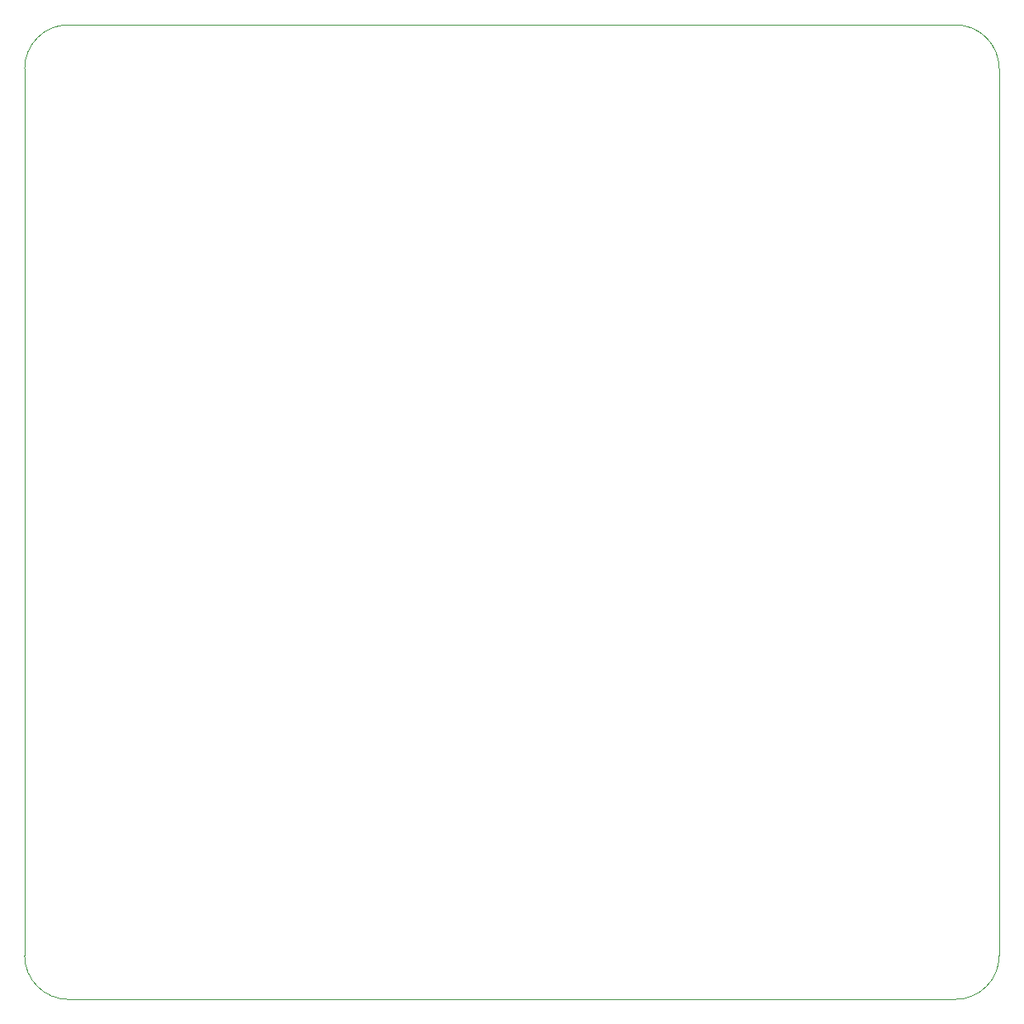
<source format=gm1>
G04 #@! TF.GenerationSoftware,KiCad,Pcbnew,8.0.5*
G04 #@! TF.CreationDate,2024-12-21T22:20:06-05:00*
G04 #@! TF.ProjectId,stm-midi-poc1,73746d2d-6d69-4646-992d-706f63312e6b,1*
G04 #@! TF.SameCoordinates,Original*
G04 #@! TF.FileFunction,Profile,NP*
%FSLAX46Y46*%
G04 Gerber Fmt 4.6, Leading zero omitted, Abs format (unit mm)*
G04 Created by KiCad (PCBNEW 8.0.5) date 2024-12-21 22:20:06*
%MOMM*%
%LPD*%
G01*
G04 APERTURE LIST*
G04 #@! TA.AperFunction,Profile*
%ADD10C,0.050000*%
G04 #@! TD*
G04 APERTURE END LIST*
D10*
X206991181Y-131978476D02*
X206991181Y-40978476D01*
X202491181Y-36478476D02*
X111491181Y-36478476D01*
X202491181Y-36478476D02*
G75*
G02*
X206991224Y-40978476I19J-4500024D01*
G01*
X202491181Y-136478476D02*
X111491181Y-136478476D01*
X111491181Y-136478476D02*
G75*
G02*
X106991224Y-131978476I19J4499976D01*
G01*
X106991181Y-40978476D02*
X106991181Y-131978476D01*
X206991181Y-131978476D02*
G75*
G02*
X202491181Y-136478481I-4499981J-24D01*
G01*
X106991181Y-40978476D02*
G75*
G02*
X111491181Y-36478481I4500019J-24D01*
G01*
M02*

</source>
